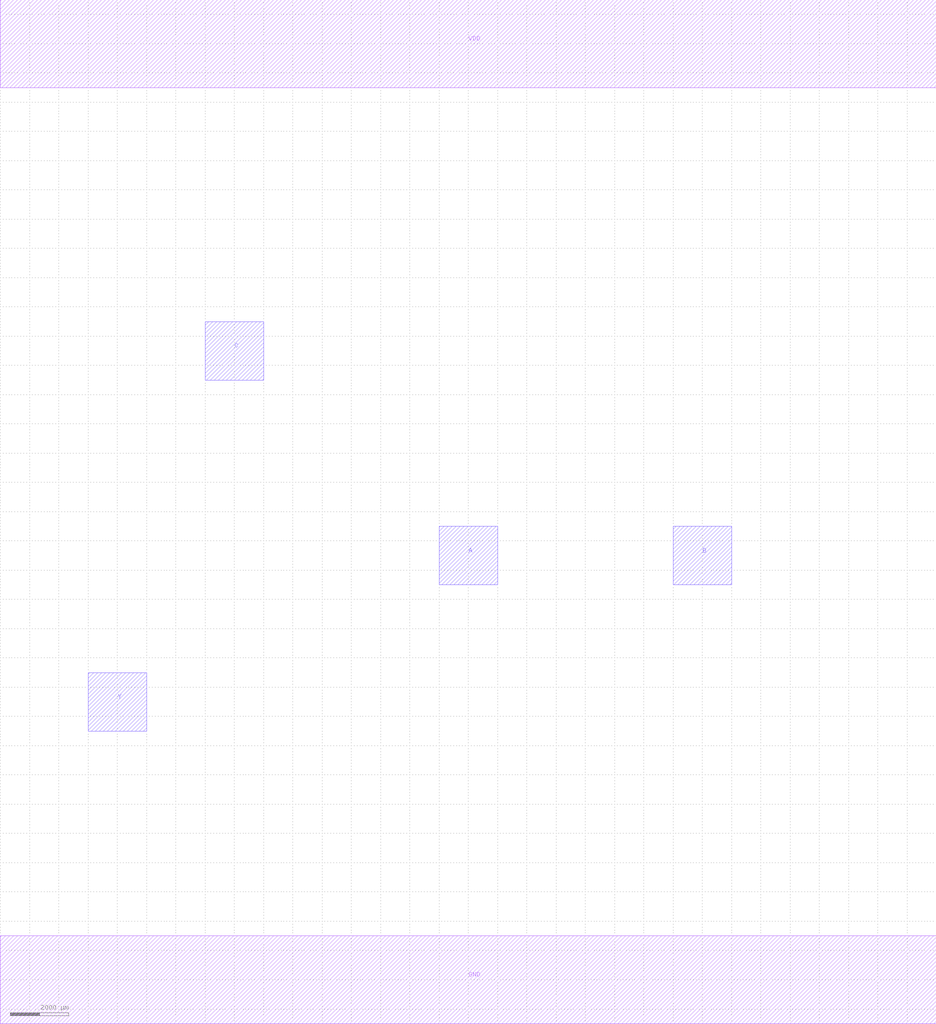
<source format=lef>
MACRO AOI21X1
 CLASS CORE ;
 ORIGIN 0 0 ;
 FOREIGN AOI21X1 0 0 ;
 SITE CORE ;
 SYMMETRY X Y R90 ;
  PIN VDD
   DIRECTION INOUT ;
   USE SIGNAL ;
   SHAPE ABUTMENT ;
    PORT
     CLASS CORE ;
       LAYER metal1 ;
        RECT 0.00000000 30500.00000000 32000.00000000 33500.00000000 ;
    END
  END VDD

  PIN GND
   DIRECTION INOUT ;
   USE SIGNAL ;
   SHAPE ABUTMENT ;
    PORT
     CLASS CORE ;
       LAYER metal1 ;
        RECT 0.00000000 -1500.00000000 32000.00000000 1500.00000000 ;
    END
  END GND

  PIN C
   DIRECTION INOUT ;
   USE SIGNAL ;
   SHAPE ABUTMENT ;
    PORT
     CLASS CORE ;
       LAYER metal2 ;
        RECT 7000.00000000 20500.00000000 9000.00000000 22500.00000000 ;
    END
  END C

  PIN A
   DIRECTION INOUT ;
   USE SIGNAL ;
   SHAPE ABUTMENT ;
    PORT
     CLASS CORE ;
       LAYER metal2 ;
        RECT 15000.00000000 13500.00000000 17000.00000000 15500.00000000 ;
    END
  END A

  PIN B
   DIRECTION INOUT ;
   USE SIGNAL ;
   SHAPE ABUTMENT ;
    PORT
     CLASS CORE ;
       LAYER metal2 ;
        RECT 23000.00000000 13500.00000000 25000.00000000 15500.00000000 ;
    END
  END B

  PIN Y
   DIRECTION INOUT ;
   USE SIGNAL ;
   SHAPE ABUTMENT ;
    PORT
     CLASS CORE ;
       LAYER metal2 ;
        RECT 3000.00000000 8500.00000000 5000.00000000 10500.00000000 ;
    END
  END Y


END AOI21X1

</source>
